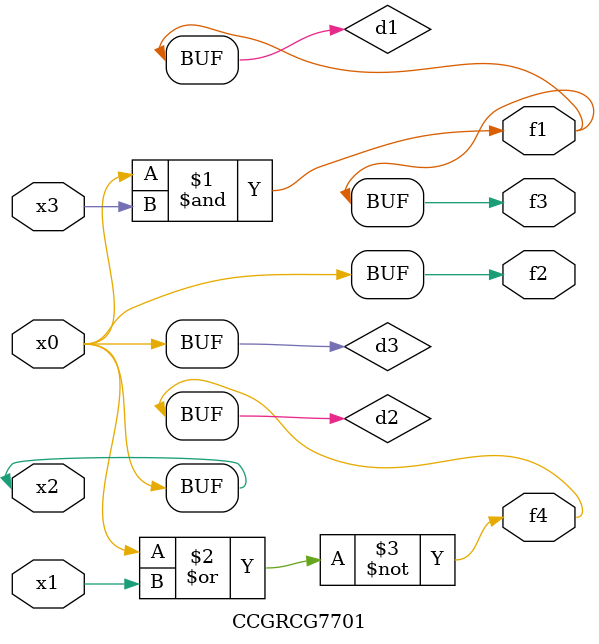
<source format=v>
module CCGRCG7701(
	input x0, x1, x2, x3,
	output f1, f2, f3, f4
);

	wire d1, d2, d3;

	and (d1, x2, x3);
	nor (d2, x0, x1);
	buf (d3, x0, x2);
	assign f1 = d1;
	assign f2 = d3;
	assign f3 = d1;
	assign f4 = d2;
endmodule

</source>
